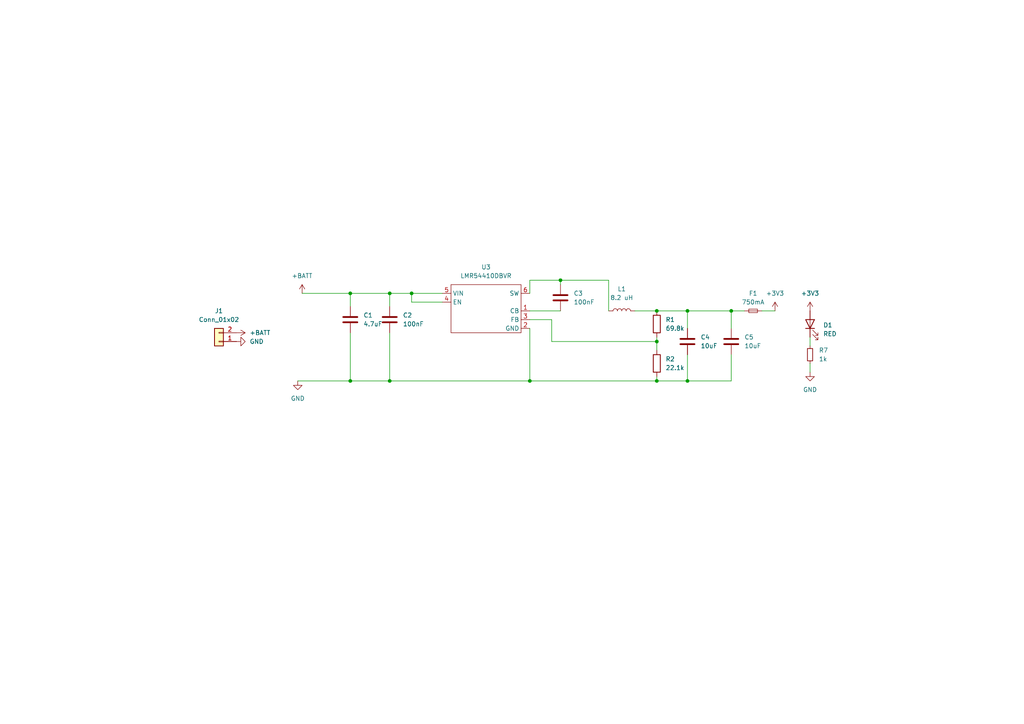
<source format=kicad_sch>
(kicad_sch (version 20211123) (generator eeschema)

  (uuid 4890bb30-16f6-4809-aff4-d251f6ba8f31)

  (paper "A4")

  (lib_symbols
    (symbol "Connector_Generic:Conn_01x02" (pin_names (offset 1.016) hide) (in_bom yes) (on_board yes)
      (property "Reference" "J" (id 0) (at 0 2.54 0)
        (effects (font (size 1.27 1.27)))
      )
      (property "Value" "Conn_01x02" (id 1) (at 0 -5.08 0)
        (effects (font (size 1.27 1.27)))
      )
      (property "Footprint" "" (id 2) (at 0 0 0)
        (effects (font (size 1.27 1.27)) hide)
      )
      (property "Datasheet" "~" (id 3) (at 0 0 0)
        (effects (font (size 1.27 1.27)) hide)
      )
      (property "ki_keywords" "connector" (id 4) (at 0 0 0)
        (effects (font (size 1.27 1.27)) hide)
      )
      (property "ki_description" "Generic connector, single row, 01x02, script generated (kicad-library-utils/schlib/autogen/connector/)" (id 5) (at 0 0 0)
        (effects (font (size 1.27 1.27)) hide)
      )
      (property "ki_fp_filters" "Connector*:*_1x??_*" (id 6) (at 0 0 0)
        (effects (font (size 1.27 1.27)) hide)
      )
      (symbol "Conn_01x02_1_1"
        (rectangle (start -1.27 -2.413) (end 0 -2.667)
          (stroke (width 0.1524) (type default) (color 0 0 0 0))
          (fill (type none))
        )
        (rectangle (start -1.27 0.127) (end 0 -0.127)
          (stroke (width 0.1524) (type default) (color 0 0 0 0))
          (fill (type none))
        )
        (rectangle (start -1.27 1.27) (end 1.27 -3.81)
          (stroke (width 0.254) (type default) (color 0 0 0 0))
          (fill (type background))
        )
        (pin passive line (at -5.08 0 0) (length 3.81)
          (name "Pin_1" (effects (font (size 1.27 1.27))))
          (number "1" (effects (font (size 1.27 1.27))))
        )
        (pin passive line (at -5.08 -2.54 0) (length 3.81)
          (name "Pin_2" (effects (font (size 1.27 1.27))))
          (number "2" (effects (font (size 1.27 1.27))))
        )
      )
    )
    (symbol "Device:C" (pin_numbers hide) (pin_names (offset 0.254)) (in_bom yes) (on_board yes)
      (property "Reference" "C" (id 0) (at 0.635 2.54 0)
        (effects (font (size 1.27 1.27)) (justify left))
      )
      (property "Value" "C" (id 1) (at 0.635 -2.54 0)
        (effects (font (size 1.27 1.27)) (justify left))
      )
      (property "Footprint" "" (id 2) (at 0.9652 -3.81 0)
        (effects (font (size 1.27 1.27)) hide)
      )
      (property "Datasheet" "~" (id 3) (at 0 0 0)
        (effects (font (size 1.27 1.27)) hide)
      )
      (property "ki_keywords" "cap capacitor" (id 4) (at 0 0 0)
        (effects (font (size 1.27 1.27)) hide)
      )
      (property "ki_description" "Unpolarized capacitor" (id 5) (at 0 0 0)
        (effects (font (size 1.27 1.27)) hide)
      )
      (property "ki_fp_filters" "C_*" (id 6) (at 0 0 0)
        (effects (font (size 1.27 1.27)) hide)
      )
      (symbol "C_0_1"
        (polyline
          (pts
            (xy -2.032 -0.762)
            (xy 2.032 -0.762)
          )
          (stroke (width 0.508) (type default) (color 0 0 0 0))
          (fill (type none))
        )
        (polyline
          (pts
            (xy -2.032 0.762)
            (xy 2.032 0.762)
          )
          (stroke (width 0.508) (type default) (color 0 0 0 0))
          (fill (type none))
        )
      )
      (symbol "C_1_1"
        (pin passive line (at 0 3.81 270) (length 2.794)
          (name "~" (effects (font (size 1.27 1.27))))
          (number "1" (effects (font (size 1.27 1.27))))
        )
        (pin passive line (at 0 -3.81 90) (length 2.794)
          (name "~" (effects (font (size 1.27 1.27))))
          (number "2" (effects (font (size 1.27 1.27))))
        )
      )
    )
    (symbol "Device:Fuse_Small" (pin_numbers hide) (pin_names (offset 0.254) hide) (in_bom yes) (on_board yes)
      (property "Reference" "F" (id 0) (at 0 -1.524 0)
        (effects (font (size 1.27 1.27)))
      )
      (property "Value" "Fuse_Small" (id 1) (at 0 1.524 0)
        (effects (font (size 1.27 1.27)))
      )
      (property "Footprint" "" (id 2) (at 0 0 0)
        (effects (font (size 1.27 1.27)) hide)
      )
      (property "Datasheet" "~" (id 3) (at 0 0 0)
        (effects (font (size 1.27 1.27)) hide)
      )
      (property "ki_keywords" "fuse" (id 4) (at 0 0 0)
        (effects (font (size 1.27 1.27)) hide)
      )
      (property "ki_description" "Fuse, small symbol" (id 5) (at 0 0 0)
        (effects (font (size 1.27 1.27)) hide)
      )
      (property "ki_fp_filters" "SM*" (id 6) (at 0 0 0)
        (effects (font (size 1.27 1.27)) hide)
      )
      (symbol "Fuse_Small_0_1"
        (rectangle (start -1.27 0.508) (end 1.27 -0.508)
          (stroke (width 0) (type default) (color 0 0 0 0))
          (fill (type none))
        )
        (polyline
          (pts
            (xy -1.27 0)
            (xy 1.27 0)
          )
          (stroke (width 0) (type default) (color 0 0 0 0))
          (fill (type none))
        )
      )
      (symbol "Fuse_Small_1_1"
        (pin passive line (at -2.54 0 0) (length 1.27)
          (name "~" (effects (font (size 1.27 1.27))))
          (number "1" (effects (font (size 1.27 1.27))))
        )
        (pin passive line (at 2.54 0 180) (length 1.27)
          (name "~" (effects (font (size 1.27 1.27))))
          (number "2" (effects (font (size 1.27 1.27))))
        )
      )
    )
    (symbol "Device:L" (pin_numbers hide) (pin_names (offset 1.016) hide) (in_bom yes) (on_board yes)
      (property "Reference" "L" (id 0) (at -1.27 0 90)
        (effects (font (size 1.27 1.27)))
      )
      (property "Value" "L" (id 1) (at 1.905 0 90)
        (effects (font (size 1.27 1.27)))
      )
      (property "Footprint" "" (id 2) (at 0 0 0)
        (effects (font (size 1.27 1.27)) hide)
      )
      (property "Datasheet" "~" (id 3) (at 0 0 0)
        (effects (font (size 1.27 1.27)) hide)
      )
      (property "ki_keywords" "inductor choke coil reactor magnetic" (id 4) (at 0 0 0)
        (effects (font (size 1.27 1.27)) hide)
      )
      (property "ki_description" "Inductor" (id 5) (at 0 0 0)
        (effects (font (size 1.27 1.27)) hide)
      )
      (property "ki_fp_filters" "Choke_* *Coil* Inductor_* L_*" (id 6) (at 0 0 0)
        (effects (font (size 1.27 1.27)) hide)
      )
      (symbol "L_0_1"
        (arc (start 0 -2.54) (mid 0.635 -1.905) (end 0 -1.27)
          (stroke (width 0) (type default) (color 0 0 0 0))
          (fill (type none))
        )
        (arc (start 0 -1.27) (mid 0.635 -0.635) (end 0 0)
          (stroke (width 0) (type default) (color 0 0 0 0))
          (fill (type none))
        )
        (arc (start 0 0) (mid 0.635 0.635) (end 0 1.27)
          (stroke (width 0) (type default) (color 0 0 0 0))
          (fill (type none))
        )
        (arc (start 0 1.27) (mid 0.635 1.905) (end 0 2.54)
          (stroke (width 0) (type default) (color 0 0 0 0))
          (fill (type none))
        )
      )
      (symbol "L_1_1"
        (pin passive line (at 0 3.81 270) (length 1.27)
          (name "1" (effects (font (size 1.27 1.27))))
          (number "1" (effects (font (size 1.27 1.27))))
        )
        (pin passive line (at 0 -3.81 90) (length 1.27)
          (name "2" (effects (font (size 1.27 1.27))))
          (number "2" (effects (font (size 1.27 1.27))))
        )
      )
    )
    (symbol "Device:LED" (pin_numbers hide) (pin_names (offset 1.016) hide) (in_bom yes) (on_board yes)
      (property "Reference" "D" (id 0) (at 0 2.54 0)
        (effects (font (size 1.27 1.27)))
      )
      (property "Value" "LED" (id 1) (at 0 -2.54 0)
        (effects (font (size 1.27 1.27)))
      )
      (property "Footprint" "" (id 2) (at 0 0 0)
        (effects (font (size 1.27 1.27)) hide)
      )
      (property "Datasheet" "~" (id 3) (at 0 0 0)
        (effects (font (size 1.27 1.27)) hide)
      )
      (property "ki_keywords" "LED diode" (id 4) (at 0 0 0)
        (effects (font (size 1.27 1.27)) hide)
      )
      (property "ki_description" "Light emitting diode" (id 5) (at 0 0 0)
        (effects (font (size 1.27 1.27)) hide)
      )
      (property "ki_fp_filters" "LED* LED_SMD:* LED_THT:*" (id 6) (at 0 0 0)
        (effects (font (size 1.27 1.27)) hide)
      )
      (symbol "LED_0_1"
        (polyline
          (pts
            (xy -1.27 -1.27)
            (xy -1.27 1.27)
          )
          (stroke (width 0.254) (type default) (color 0 0 0 0))
          (fill (type none))
        )
        (polyline
          (pts
            (xy -1.27 0)
            (xy 1.27 0)
          )
          (stroke (width 0) (type default) (color 0 0 0 0))
          (fill (type none))
        )
        (polyline
          (pts
            (xy 1.27 -1.27)
            (xy 1.27 1.27)
            (xy -1.27 0)
            (xy 1.27 -1.27)
          )
          (stroke (width 0.254) (type default) (color 0 0 0 0))
          (fill (type none))
        )
        (polyline
          (pts
            (xy -3.048 -0.762)
            (xy -4.572 -2.286)
            (xy -3.81 -2.286)
            (xy -4.572 -2.286)
            (xy -4.572 -1.524)
          )
          (stroke (width 0) (type default) (color 0 0 0 0))
          (fill (type none))
        )
        (polyline
          (pts
            (xy -1.778 -0.762)
            (xy -3.302 -2.286)
            (xy -2.54 -2.286)
            (xy -3.302 -2.286)
            (xy -3.302 -1.524)
          )
          (stroke (width 0) (type default) (color 0 0 0 0))
          (fill (type none))
        )
      )
      (symbol "LED_1_1"
        (pin passive line (at -3.81 0 0) (length 2.54)
          (name "K" (effects (font (size 1.27 1.27))))
          (number "1" (effects (font (size 1.27 1.27))))
        )
        (pin passive line (at 3.81 0 180) (length 2.54)
          (name "A" (effects (font (size 1.27 1.27))))
          (number "2" (effects (font (size 1.27 1.27))))
        )
      )
    )
    (symbol "Device:R" (pin_numbers hide) (pin_names (offset 0)) (in_bom yes) (on_board yes)
      (property "Reference" "R" (id 0) (at 2.032 0 90)
        (effects (font (size 1.27 1.27)))
      )
      (property "Value" "R" (id 1) (at 0 0 90)
        (effects (font (size 1.27 1.27)))
      )
      (property "Footprint" "" (id 2) (at -1.778 0 90)
        (effects (font (size 1.27 1.27)) hide)
      )
      (property "Datasheet" "~" (id 3) (at 0 0 0)
        (effects (font (size 1.27 1.27)) hide)
      )
      (property "ki_keywords" "R res resistor" (id 4) (at 0 0 0)
        (effects (font (size 1.27 1.27)) hide)
      )
      (property "ki_description" "Resistor" (id 5) (at 0 0 0)
        (effects (font (size 1.27 1.27)) hide)
      )
      (property "ki_fp_filters" "R_*" (id 6) (at 0 0 0)
        (effects (font (size 1.27 1.27)) hide)
      )
      (symbol "R_0_1"
        (rectangle (start -1.016 -2.54) (end 1.016 2.54)
          (stroke (width 0.254) (type default) (color 0 0 0 0))
          (fill (type none))
        )
      )
      (symbol "R_1_1"
        (pin passive line (at 0 3.81 270) (length 1.27)
          (name "~" (effects (font (size 1.27 1.27))))
          (number "1" (effects (font (size 1.27 1.27))))
        )
        (pin passive line (at 0 -3.81 90) (length 1.27)
          (name "~" (effects (font (size 1.27 1.27))))
          (number "2" (effects (font (size 1.27 1.27))))
        )
      )
    )
    (symbol "Device:R_Small" (pin_numbers hide) (pin_names (offset 0.254) hide) (in_bom yes) (on_board yes)
      (property "Reference" "R" (id 0) (at 0.762 0.508 0)
        (effects (font (size 1.27 1.27)) (justify left))
      )
      (property "Value" "R_Small" (id 1) (at 0.762 -1.016 0)
        (effects (font (size 1.27 1.27)) (justify left))
      )
      (property "Footprint" "" (id 2) (at 0 0 0)
        (effects (font (size 1.27 1.27)) hide)
      )
      (property "Datasheet" "~" (id 3) (at 0 0 0)
        (effects (font (size 1.27 1.27)) hide)
      )
      (property "ki_keywords" "R resistor" (id 4) (at 0 0 0)
        (effects (font (size 1.27 1.27)) hide)
      )
      (property "ki_description" "Resistor, small symbol" (id 5) (at 0 0 0)
        (effects (font (size 1.27 1.27)) hide)
      )
      (property "ki_fp_filters" "R_*" (id 6) (at 0 0 0)
        (effects (font (size 1.27 1.27)) hide)
      )
      (symbol "R_Small_0_1"
        (rectangle (start -0.762 1.778) (end 0.762 -1.778)
          (stroke (width 0.2032) (type default) (color 0 0 0 0))
          (fill (type none))
        )
      )
      (symbol "R_Small_1_1"
        (pin passive line (at 0 2.54 270) (length 0.762)
          (name "~" (effects (font (size 1.27 1.27))))
          (number "1" (effects (font (size 1.27 1.27))))
        )
        (pin passive line (at 0 -2.54 90) (length 0.762)
          (name "~" (effects (font (size 1.27 1.27))))
          (number "2" (effects (font (size 1.27 1.27))))
        )
      )
    )
    (symbol "FlightControllerLibrary:LMR54410DBVR" (in_bom yes) (on_board yes)
      (property "Reference" "U" (id 0) (at 0 0 0)
        (effects (font (size 1.27 1.27)))
      )
      (property "Value" "LMR54410DBVR" (id 1) (at 0 -10.16 0)
        (effects (font (size 1.27 1.27)))
      )
      (property "Footprint" "Package_TO_SOT_SMD:SOT-23-6" (id 2) (at -2.54 0 0)
        (effects (font (size 1.27 1.27)) hide)
      )
      (property "Datasheet" "" (id 3) (at -2.54 0 0)
        (effects (font (size 1.27 1.27)) hide)
      )
      (symbol "LMR54410DBVR_0_1"
        (rectangle (start -10.16 6.35) (end 10.16 -7.62)
          (stroke (width 0) (type default) (color 0 0 0 0))
          (fill (type none))
        )
      )
      (symbol "LMR54410DBVR_1_1"
        (pin input line (at 12.7 -1.27 180) (length 2.54)
          (name "CB" (effects (font (size 1.27 1.27))))
          (number "1" (effects (font (size 1.27 1.27))))
        )
        (pin input line (at 12.7 -6.35 180) (length 2.54)
          (name "GND" (effects (font (size 1.27 1.27))))
          (number "2" (effects (font (size 1.27 1.27))))
        )
        (pin input line (at 12.7 -3.81 180) (length 2.54)
          (name "FB" (effects (font (size 1.27 1.27))))
          (number "3" (effects (font (size 1.27 1.27))))
        )
        (pin input line (at -12.7 1.27 0) (length 2.54)
          (name "EN" (effects (font (size 1.27 1.27))))
          (number "4" (effects (font (size 1.27 1.27))))
        )
        (pin input line (at -12.7 3.81 0) (length 2.54)
          (name "VIN" (effects (font (size 1.27 1.27))))
          (number "5" (effects (font (size 1.27 1.27))))
        )
        (pin output line (at 12.7 3.81 180) (length 2.54)
          (name "SW" (effects (font (size 1.27 1.27))))
          (number "6" (effects (font (size 1.27 1.27))))
        )
      )
    )
    (symbol "power:+3.3V" (power) (pin_names (offset 0)) (in_bom yes) (on_board yes)
      (property "Reference" "#PWR" (id 0) (at 0 -3.81 0)
        (effects (font (size 1.27 1.27)) hide)
      )
      (property "Value" "+3.3V" (id 1) (at 0 3.556 0)
        (effects (font (size 1.27 1.27)))
      )
      (property "Footprint" "" (id 2) (at 0 0 0)
        (effects (font (size 1.27 1.27)) hide)
      )
      (property "Datasheet" "" (id 3) (at 0 0 0)
        (effects (font (size 1.27 1.27)) hide)
      )
      (property "ki_keywords" "power-flag" (id 4) (at 0 0 0)
        (effects (font (size 1.27 1.27)) hide)
      )
      (property "ki_description" "Power symbol creates a global label with name \"+3.3V\"" (id 5) (at 0 0 0)
        (effects (font (size 1.27 1.27)) hide)
      )
      (symbol "+3.3V_0_1"
        (polyline
          (pts
            (xy -0.762 1.27)
            (xy 0 2.54)
          )
          (stroke (width 0) (type default) (color 0 0 0 0))
          (fill (type none))
        )
        (polyline
          (pts
            (xy 0 0)
            (xy 0 2.54)
          )
          (stroke (width 0) (type default) (color 0 0 0 0))
          (fill (type none))
        )
        (polyline
          (pts
            (xy 0 2.54)
            (xy 0.762 1.27)
          )
          (stroke (width 0) (type default) (color 0 0 0 0))
          (fill (type none))
        )
      )
      (symbol "+3.3V_1_1"
        (pin power_in line (at 0 0 90) (length 0) hide
          (name "+3V3" (effects (font (size 1.27 1.27))))
          (number "1" (effects (font (size 1.27 1.27))))
        )
      )
    )
    (symbol "power:+BATT" (power) (pin_names (offset 0)) (in_bom yes) (on_board yes)
      (property "Reference" "#PWR" (id 0) (at 0 -3.81 0)
        (effects (font (size 1.27 1.27)) hide)
      )
      (property "Value" "+BATT" (id 1) (at 0 3.556 0)
        (effects (font (size 1.27 1.27)))
      )
      (property "Footprint" "" (id 2) (at 0 0 0)
        (effects (font (size 1.27 1.27)) hide)
      )
      (property "Datasheet" "" (id 3) (at 0 0 0)
        (effects (font (size 1.27 1.27)) hide)
      )
      (property "ki_keywords" "power-flag battery" (id 4) (at 0 0 0)
        (effects (font (size 1.27 1.27)) hide)
      )
      (property "ki_description" "Power symbol creates a global label with name \"+BATT\"" (id 5) (at 0 0 0)
        (effects (font (size 1.27 1.27)) hide)
      )
      (symbol "+BATT_0_1"
        (polyline
          (pts
            (xy -0.762 1.27)
            (xy 0 2.54)
          )
          (stroke (width 0) (type default) (color 0 0 0 0))
          (fill (type none))
        )
        (polyline
          (pts
            (xy 0 0)
            (xy 0 2.54)
          )
          (stroke (width 0) (type default) (color 0 0 0 0))
          (fill (type none))
        )
        (polyline
          (pts
            (xy 0 2.54)
            (xy 0.762 1.27)
          )
          (stroke (width 0) (type default) (color 0 0 0 0))
          (fill (type none))
        )
      )
      (symbol "+BATT_1_1"
        (pin power_in line (at 0 0 90) (length 0) hide
          (name "+BATT" (effects (font (size 1.27 1.27))))
          (number "1" (effects (font (size 1.27 1.27))))
        )
      )
    )
    (symbol "power:GND" (power) (pin_names (offset 0)) (in_bom yes) (on_board yes)
      (property "Reference" "#PWR" (id 0) (at 0 -6.35 0)
        (effects (font (size 1.27 1.27)) hide)
      )
      (property "Value" "GND" (id 1) (at 0 -3.81 0)
        (effects (font (size 1.27 1.27)))
      )
      (property "Footprint" "" (id 2) (at 0 0 0)
        (effects (font (size 1.27 1.27)) hide)
      )
      (property "Datasheet" "" (id 3) (at 0 0 0)
        (effects (font (size 1.27 1.27)) hide)
      )
      (property "ki_keywords" "power-flag" (id 4) (at 0 0 0)
        (effects (font (size 1.27 1.27)) hide)
      )
      (property "ki_description" "Power symbol creates a global label with name \"GND\" , ground" (id 5) (at 0 0 0)
        (effects (font (size 1.27 1.27)) hide)
      )
      (symbol "GND_0_1"
        (polyline
          (pts
            (xy 0 0)
            (xy 0 -1.27)
            (xy 1.27 -1.27)
            (xy 0 -2.54)
            (xy -1.27 -1.27)
            (xy 0 -1.27)
          )
          (stroke (width 0) (type default) (color 0 0 0 0))
          (fill (type none))
        )
      )
      (symbol "GND_1_1"
        (pin power_in line (at 0 0 270) (length 0) hide
          (name "GND" (effects (font (size 1.27 1.27))))
          (number "1" (effects (font (size 1.27 1.27))))
        )
      )
    )
  )

  (junction (at 199.39 110.49) (diameter 0) (color 0 0 0 0)
    (uuid 35fe193e-5707-4e7b-8a9b-b73e78a5f763)
  )
  (junction (at 113.03 85.09) (diameter 0) (color 0 0 0 0)
    (uuid 38a23ae8-35ef-4451-a499-949458f6b7da)
  )
  (junction (at 101.6 110.49) (diameter 0) (color 0 0 0 0)
    (uuid 5d6244be-4f0b-4089-ac71-8a960cf92a9c)
  )
  (junction (at 190.5 110.49) (diameter 0) (color 0 0 0 0)
    (uuid 630da07d-f69a-437b-a046-ed5a68b5e3a5)
  )
  (junction (at 113.03 110.49) (diameter 0) (color 0 0 0 0)
    (uuid 776faccd-9823-49c9-8ee0-f795ac9df76a)
  )
  (junction (at 199.39 90.17) (diameter 0) (color 0 0 0 0)
    (uuid 795bb3a7-28de-4b20-8727-437e32d052fc)
  )
  (junction (at 190.5 99.06) (diameter 0) (color 0 0 0 0)
    (uuid 84ec6254-e501-4d55-9b88-bfad70ddbf6f)
  )
  (junction (at 162.56 81.28) (diameter 0) (color 0 0 0 0)
    (uuid 8a7932d1-6e0d-49dc-959d-fa2dc44bb4f6)
  )
  (junction (at 101.6 85.09) (diameter 0) (color 0 0 0 0)
    (uuid 9002be74-c71e-47cf-9305-2315cf66f54d)
  )
  (junction (at 153.67 110.49) (diameter 0) (color 0 0 0 0)
    (uuid a2c4cb32-a425-41c5-8951-8be4915cfdb5)
  )
  (junction (at 212.09 90.17) (diameter 0) (color 0 0 0 0)
    (uuid dc1d38b1-462e-41b0-ba0d-e3d3367e2879)
  )
  (junction (at 119.38 85.09) (diameter 0) (color 0 0 0 0)
    (uuid ee71da1c-d90a-4967-b93c-7aa3c4e33617)
  )
  (junction (at 190.5 90.17) (diameter 0) (color 0 0 0 0)
    (uuid f5cc5c8f-4cc6-44ab-b1d9-9244f8739cae)
  )

  (wire (pts (xy 184.15 90.17) (xy 190.5 90.17))
    (stroke (width 0) (type default) (color 0 0 0 0))
    (uuid 05426d20-1c9f-4e6a-9ba0-47ccb23593fb)
  )
  (wire (pts (xy 176.53 90.17) (xy 176.53 81.28))
    (stroke (width 0) (type default) (color 0 0 0 0))
    (uuid 0c17ba29-3da8-49fd-85c0-d72c80a10698)
  )
  (wire (pts (xy 190.5 109.22) (xy 190.5 110.49))
    (stroke (width 0) (type default) (color 0 0 0 0))
    (uuid 0cd13cf4-40e9-4741-a412-33c1058beea6)
  )
  (wire (pts (xy 176.53 81.28) (xy 162.56 81.28))
    (stroke (width 0) (type default) (color 0 0 0 0))
    (uuid 19b89b5c-e645-442c-8d1f-100e1abd4d7a)
  )
  (wire (pts (xy 101.6 85.09) (xy 101.6 88.9))
    (stroke (width 0) (type default) (color 0 0 0 0))
    (uuid 1cd75804-1983-42ee-99be-25671afdba9e)
  )
  (wire (pts (xy 199.39 110.49) (xy 190.5 110.49))
    (stroke (width 0) (type default) (color 0 0 0 0))
    (uuid 2555b086-d514-4b25-9c52-b4d387fc2247)
  )
  (wire (pts (xy 128.27 87.63) (xy 119.38 87.63))
    (stroke (width 0) (type default) (color 0 0 0 0))
    (uuid 28932598-4e6f-4856-8b5e-c9cffe4805ec)
  )
  (wire (pts (xy 86.36 110.49) (xy 101.6 110.49))
    (stroke (width 0) (type default) (color 0 0 0 0))
    (uuid 2aade46a-7174-40af-b328-529ca0c39ee8)
  )
  (wire (pts (xy 212.09 110.49) (xy 199.39 110.49))
    (stroke (width 0) (type default) (color 0 0 0 0))
    (uuid 2b3cd418-14dc-42f6-971d-d8c21eef19f5)
  )
  (wire (pts (xy 113.03 85.09) (xy 113.03 88.9))
    (stroke (width 0) (type default) (color 0 0 0 0))
    (uuid 2ce34674-3b29-41aa-ae64-f0b40dbc85e5)
  )
  (wire (pts (xy 153.67 95.25) (xy 153.67 110.49))
    (stroke (width 0) (type default) (color 0 0 0 0))
    (uuid 3c162c23-daaf-4b01-aa50-fb332bcf2e6a)
  )
  (wire (pts (xy 190.5 110.49) (xy 153.67 110.49))
    (stroke (width 0) (type default) (color 0 0 0 0))
    (uuid 440b4f72-59c1-4c4c-b091-254f835ca7fb)
  )
  (wire (pts (xy 128.27 85.09) (xy 119.38 85.09))
    (stroke (width 0) (type default) (color 0 0 0 0))
    (uuid 45fc7162-b748-4a93-a335-c7875888d5b7)
  )
  (wire (pts (xy 113.03 110.49) (xy 101.6 110.49))
    (stroke (width 0) (type default) (color 0 0 0 0))
    (uuid 506f2474-b9ef-4c48-94ca-71e492c69566)
  )
  (wire (pts (xy 190.5 97.79) (xy 190.5 99.06))
    (stroke (width 0) (type default) (color 0 0 0 0))
    (uuid 58b65507-3e63-4e81-8b0d-2faa1122cc7d)
  )
  (wire (pts (xy 153.67 90.17) (xy 162.56 90.17))
    (stroke (width 0) (type default) (color 0 0 0 0))
    (uuid 5984e4c8-4237-4a2c-84a8-92fd0bf448b7)
  )
  (wire (pts (xy 212.09 90.17) (xy 215.9 90.17))
    (stroke (width 0) (type default) (color 0 0 0 0))
    (uuid 59c55352-7149-4b3b-8803-21854236ce3b)
  )
  (wire (pts (xy 234.95 105.41) (xy 234.95 107.95))
    (stroke (width 0) (type default) (color 0 0 0 0))
    (uuid 6180b04d-82c0-42aa-aed6-a4ffe87da569)
  )
  (wire (pts (xy 113.03 96.52) (xy 113.03 110.49))
    (stroke (width 0) (type default) (color 0 0 0 0))
    (uuid 649f6a7b-da1d-48b5-8cb8-bbe1df7d89ec)
  )
  (wire (pts (xy 162.56 81.28) (xy 162.56 82.55))
    (stroke (width 0) (type default) (color 0 0 0 0))
    (uuid 69002a66-5397-4a1b-8e70-4e3a1ea0ad8c)
  )
  (wire (pts (xy 212.09 102.87) (xy 212.09 110.49))
    (stroke (width 0) (type default) (color 0 0 0 0))
    (uuid 75f327f8-2cd0-41a4-a274-8780b04f8810)
  )
  (wire (pts (xy 212.09 90.17) (xy 212.09 95.25))
    (stroke (width 0) (type default) (color 0 0 0 0))
    (uuid 76e026c8-101d-4d17-abd9-e5dbb90c4224)
  )
  (wire (pts (xy 234.95 97.79) (xy 234.95 100.33))
    (stroke (width 0) (type default) (color 0 0 0 0))
    (uuid 9d4a918b-10a0-465f-a084-febd3f179f5b)
  )
  (wire (pts (xy 87.63 85.09) (xy 101.6 85.09))
    (stroke (width 0) (type default) (color 0 0 0 0))
    (uuid 9e79a64d-c8a9-4559-aa50-5bcbc3a22433)
  )
  (wire (pts (xy 190.5 99.06) (xy 190.5 101.6))
    (stroke (width 0) (type default) (color 0 0 0 0))
    (uuid a19f3f43-8756-4fad-b7e4-30d1f4527c37)
  )
  (wire (pts (xy 153.67 85.09) (xy 153.67 81.28))
    (stroke (width 0) (type default) (color 0 0 0 0))
    (uuid a377a08e-1784-4036-9a5e-a784a85bed2e)
  )
  (wire (pts (xy 153.67 81.28) (xy 162.56 81.28))
    (stroke (width 0) (type default) (color 0 0 0 0))
    (uuid a5cb337b-6d54-4907-96ce-1905c2ad138c)
  )
  (wire (pts (xy 160.02 99.06) (xy 160.02 92.71))
    (stroke (width 0) (type default) (color 0 0 0 0))
    (uuid b0dbf9ed-a358-434e-8ef6-baa0dac847b5)
  )
  (wire (pts (xy 101.6 110.49) (xy 101.6 96.52))
    (stroke (width 0) (type default) (color 0 0 0 0))
    (uuid b860a5c9-388e-4fff-bc11-717b177828f4)
  )
  (wire (pts (xy 119.38 85.09) (xy 113.03 85.09))
    (stroke (width 0) (type default) (color 0 0 0 0))
    (uuid bc23cf2f-7e7b-46c3-bfa4-14476ea946f4)
  )
  (wire (pts (xy 113.03 110.49) (xy 153.67 110.49))
    (stroke (width 0) (type default) (color 0 0 0 0))
    (uuid bcba5338-7a75-4b44-a0b1-8cec9b179eae)
  )
  (wire (pts (xy 190.5 99.06) (xy 160.02 99.06))
    (stroke (width 0) (type default) (color 0 0 0 0))
    (uuid bd596f69-ee57-4224-be7a-3f1f7090a0a0)
  )
  (wire (pts (xy 119.38 87.63) (xy 119.38 85.09))
    (stroke (width 0) (type default) (color 0 0 0 0))
    (uuid c35c20d3-da51-410c-b123-93b5c0aea429)
  )
  (wire (pts (xy 199.39 90.17) (xy 199.39 95.25))
    (stroke (width 0) (type default) (color 0 0 0 0))
    (uuid c64bf1ff-eb8b-48d2-a8f5-9ef279ce477d)
  )
  (wire (pts (xy 101.6 85.09) (xy 113.03 85.09))
    (stroke (width 0) (type default) (color 0 0 0 0))
    (uuid cc163b3d-68f4-4fa9-9f43-d46fe0d55095)
  )
  (wire (pts (xy 199.39 90.17) (xy 212.09 90.17))
    (stroke (width 0) (type default) (color 0 0 0 0))
    (uuid de3861ea-0b01-4944-b20c-04d0cf18b9c0)
  )
  (wire (pts (xy 160.02 92.71) (xy 153.67 92.71))
    (stroke (width 0) (type default) (color 0 0 0 0))
    (uuid e127fac1-c327-45ea-b173-05bed7e5428a)
  )
  (wire (pts (xy 199.39 102.87) (xy 199.39 110.49))
    (stroke (width 0) (type default) (color 0 0 0 0))
    (uuid e6fa460d-da3e-4917-9b3e-9a5315647483)
  )
  (wire (pts (xy 190.5 90.17) (xy 199.39 90.17))
    (stroke (width 0) (type default) (color 0 0 0 0))
    (uuid fbad8f18-e002-41be-a05b-b6a1b07fa704)
  )
  (wire (pts (xy 220.98 90.17) (xy 224.79 90.17))
    (stroke (width 0) (type default) (color 0 0 0 0))
    (uuid fed9e41a-12b1-4a4d-9754-85e976bdf956)
  )

  (symbol (lib_id "power:+BATT") (at 68.58 96.52 270) (unit 1)
    (in_bom yes) (on_board yes) (fields_autoplaced)
    (uuid 17e8bdea-84f3-4591-b48d-137fbb42f0db)
    (property "Reference" "#PWR04" (id 0) (at 64.77 96.52 0)
      (effects (font (size 1.27 1.27)) hide)
    )
    (property "Value" "+BATT" (id 1) (at 72.39 96.5199 90)
      (effects (font (size 1.27 1.27)) (justify left))
    )
    (property "Footprint" "" (id 2) (at 68.58 96.52 0)
      (effects (font (size 1.27 1.27)) hide)
    )
    (property "Datasheet" "" (id 3) (at 68.58 96.52 0)
      (effects (font (size 1.27 1.27)) hide)
    )
    (pin "1" (uuid febf8ee9-cb4a-4d7e-a09a-685b805548de))
  )

  (symbol (lib_id "power:+3.3V") (at 224.79 90.17 0) (unit 1)
    (in_bom yes) (on_board yes) (fields_autoplaced)
    (uuid 1c064898-ab47-4ea0-a701-9482010b196f)
    (property "Reference" "#PWR03" (id 0) (at 224.79 93.98 0)
      (effects (font (size 1.27 1.27)) hide)
    )
    (property "Value" "+3.3V" (id 1) (at 224.79 85.09 0))
    (property "Footprint" "" (id 2) (at 224.79 90.17 0)
      (effects (font (size 1.27 1.27)) hide)
    )
    (property "Datasheet" "" (id 3) (at 224.79 90.17 0)
      (effects (font (size 1.27 1.27)) hide)
    )
    (pin "1" (uuid d94d5912-086d-4019-afff-6585645af309))
  )

  (symbol (lib_id "Device:C") (at 212.09 99.06 0) (unit 1)
    (in_bom yes) (on_board yes) (fields_autoplaced)
    (uuid 20721bcd-653d-4838-b59a-f3a317d399a7)
    (property "Reference" "C5" (id 0) (at 215.9 97.7899 0)
      (effects (font (size 1.27 1.27)) (justify left))
    )
    (property "Value" "10uF" (id 1) (at 215.9 100.3299 0)
      (effects (font (size 1.27 1.27)) (justify left))
    )
    (property "Footprint" "Capacitor_SMD:C_0603_1608Metric" (id 2) (at 213.0552 102.87 0)
      (effects (font (size 1.27 1.27)) hide)
    )
    (property "Datasheet" "~" (id 3) (at 212.09 99.06 0)
      (effects (font (size 1.27 1.27)) hide)
    )
    (pin "1" (uuid 88432d47-f587-4cd3-a568-38f7815f4c06))
    (pin "2" (uuid 24441d10-36a9-4670-8b25-b44d104aece4))
  )

  (symbol (lib_id "Device:C") (at 101.6 92.71 0) (unit 1)
    (in_bom yes) (on_board yes) (fields_autoplaced)
    (uuid 2a7d6eea-6000-42a2-8256-e0dc52fb8c7c)
    (property "Reference" "C1" (id 0) (at 105.41 91.4399 0)
      (effects (font (size 1.27 1.27)) (justify left))
    )
    (property "Value" "4.7uF" (id 1) (at 105.41 93.9799 0)
      (effects (font (size 1.27 1.27)) (justify left))
    )
    (property "Footprint" "Capacitor_SMD:C_0603_1608Metric" (id 2) (at 102.5652 96.52 0)
      (effects (font (size 1.27 1.27)) hide)
    )
    (property "Datasheet" "~" (id 3) (at 101.6 92.71 0)
      (effects (font (size 1.27 1.27)) hide)
    )
    (pin "1" (uuid 6ef34993-69a8-44d2-aecf-2a2e95910a35))
    (pin "2" (uuid 556fca04-31bc-43d8-99f1-7b702c25f8ca))
  )

  (symbol (lib_id "Device:R_Small") (at 234.95 102.87 0) (unit 1)
    (in_bom yes) (on_board yes) (fields_autoplaced)
    (uuid 45e09f42-0d40-4748-b8e2-597f1eedf9de)
    (property "Reference" "R7" (id 0) (at 237.49 101.5999 0)
      (effects (font (size 1.27 1.27)) (justify left))
    )
    (property "Value" "1k" (id 1) (at 237.49 104.1399 0)
      (effects (font (size 1.27 1.27)) (justify left))
    )
    (property "Footprint" "Resistor_SMD:R_0603_1608Metric" (id 2) (at 234.95 102.87 0)
      (effects (font (size 1.27 1.27)) hide)
    )
    (property "Datasheet" "~" (id 3) (at 234.95 102.87 0)
      (effects (font (size 1.27 1.27)) hide)
    )
    (pin "1" (uuid 5fd7dd90-2014-4096-85fc-378a1cb311a8))
    (pin "2" (uuid c27b713b-57e3-4824-99b0-65a269563e33))
  )

  (symbol (lib_id "Device:C") (at 113.03 92.71 0) (unit 1)
    (in_bom yes) (on_board yes) (fields_autoplaced)
    (uuid 56f4c006-dcbc-40d5-afff-8cc58d54014c)
    (property "Reference" "C2" (id 0) (at 116.84 91.4399 0)
      (effects (font (size 1.27 1.27)) (justify left))
    )
    (property "Value" "100nF" (id 1) (at 116.84 93.9799 0)
      (effects (font (size 1.27 1.27)) (justify left))
    )
    (property "Footprint" "Capacitor_SMD:C_0603_1608Metric" (id 2) (at 113.9952 96.52 0)
      (effects (font (size 1.27 1.27)) hide)
    )
    (property "Datasheet" "~" (id 3) (at 113.03 92.71 0)
      (effects (font (size 1.27 1.27)) hide)
    )
    (pin "1" (uuid 9abfd119-a494-4da3-a401-d7c74e973513))
    (pin "2" (uuid e2604faa-5d47-4a2b-b8d8-3647c00114c8))
  )

  (symbol (lib_id "power:+BATT") (at 87.63 85.09 0) (mirror y) (unit 1)
    (in_bom yes) (on_board yes) (fields_autoplaced)
    (uuid 5d058cb8-c357-4eec-aa19-b9dc23642eb4)
    (property "Reference" "#PWR01" (id 0) (at 87.63 88.9 0)
      (effects (font (size 1.27 1.27)) hide)
    )
    (property "Value" "+BATT" (id 1) (at 87.63 80.01 0))
    (property "Footprint" "" (id 2) (at 87.63 85.09 0)
      (effects (font (size 1.27 1.27)) hide)
    )
    (property "Datasheet" "" (id 3) (at 87.63 85.09 0)
      (effects (font (size 1.27 1.27)) hide)
    )
    (pin "1" (uuid e77bbd0c-58b3-4289-a617-5eb8fca57838))
  )

  (symbol (lib_id "power:GND") (at 68.58 99.06 90) (unit 1)
    (in_bom yes) (on_board yes) (fields_autoplaced)
    (uuid 6e12a68f-3195-4188-b7a6-ec6d7d2b0f8f)
    (property "Reference" "#PWR05" (id 0) (at 74.93 99.06 0)
      (effects (font (size 1.27 1.27)) hide)
    )
    (property "Value" "GND" (id 1) (at 72.39 99.0599 90)
      (effects (font (size 1.27 1.27)) (justify right))
    )
    (property "Footprint" "" (id 2) (at 68.58 99.06 0)
      (effects (font (size 1.27 1.27)) hide)
    )
    (property "Datasheet" "" (id 3) (at 68.58 99.06 0)
      (effects (font (size 1.27 1.27)) hide)
    )
    (pin "1" (uuid 2b628be2-4539-4ce6-9871-4acebc8d0b4d))
  )

  (symbol (lib_id "power:GND") (at 86.36 110.49 0) (unit 1)
    (in_bom yes) (on_board yes) (fields_autoplaced)
    (uuid 6f1e847b-dee2-472a-b0c5-3d15d9fead01)
    (property "Reference" "#PWR02" (id 0) (at 86.36 116.84 0)
      (effects (font (size 1.27 1.27)) hide)
    )
    (property "Value" "GND" (id 1) (at 86.36 115.57 0))
    (property "Footprint" "" (id 2) (at 86.36 110.49 0)
      (effects (font (size 1.27 1.27)) hide)
    )
    (property "Datasheet" "" (id 3) (at 86.36 110.49 0)
      (effects (font (size 1.27 1.27)) hide)
    )
    (pin "1" (uuid 79524046-75a9-4e1a-86f0-104cb55a667b))
  )

  (symbol (lib_id "power:GND") (at 234.95 107.95 0) (unit 1)
    (in_bom yes) (on_board yes) (fields_autoplaced)
    (uuid 71b6af67-ea4b-4e05-8aa4-786115d82439)
    (property "Reference" "#PWR0111" (id 0) (at 234.95 114.3 0)
      (effects (font (size 1.27 1.27)) hide)
    )
    (property "Value" "GND" (id 1) (at 234.95 113.03 0))
    (property "Footprint" "" (id 2) (at 234.95 107.95 0)
      (effects (font (size 1.27 1.27)) hide)
    )
    (property "Datasheet" "" (id 3) (at 234.95 107.95 0)
      (effects (font (size 1.27 1.27)) hide)
    )
    (pin "1" (uuid 7760b77d-9697-4e80-a5fe-ff1cb5a6718e))
  )

  (symbol (lib_id "Device:L") (at 180.34 90.17 90) (unit 1)
    (in_bom yes) (on_board yes) (fields_autoplaced)
    (uuid 88dd039d-dd4f-4b21-a1b3-bba0726cb4ff)
    (property "Reference" "L1" (id 0) (at 180.34 83.82 90))
    (property "Value" "8.2 uH" (id 1) (at 180.34 86.36 90))
    (property "Footprint" "" (id 2) (at 180.34 90.17 0)
      (effects (font (size 1.27 1.27)) hide)
    )
    (property "Datasheet" "~" (id 3) (at 180.34 90.17 0)
      (effects (font (size 1.27 1.27)) hide)
    )
    (pin "1" (uuid a02c62ea-0d7c-417c-8ed3-155b2951f293))
    (pin "2" (uuid ce603a01-9d48-4600-aac2-512a480dab15))
  )

  (symbol (lib_id "power:+3.3V") (at 234.95 90.17 0) (unit 1)
    (in_bom yes) (on_board yes) (fields_autoplaced)
    (uuid a33d11ba-a1e6-4a70-9808-8512530ce60f)
    (property "Reference" "#PWR0110" (id 0) (at 234.95 93.98 0)
      (effects (font (size 1.27 1.27)) hide)
    )
    (property "Value" "+3.3V" (id 1) (at 234.95 85.09 0))
    (property "Footprint" "" (id 2) (at 234.95 90.17 0)
      (effects (font (size 1.27 1.27)) hide)
    )
    (property "Datasheet" "" (id 3) (at 234.95 90.17 0)
      (effects (font (size 1.27 1.27)) hide)
    )
    (pin "1" (uuid c5a44cd3-baae-4f93-b4b5-2b15b7b6fc43))
  )

  (symbol (lib_id "Connector_Generic:Conn_01x02") (at 63.5 99.06 180) (unit 1)
    (in_bom yes) (on_board yes) (fields_autoplaced)
    (uuid b6d56f24-66ca-48ce-a62a-724b505f5dc3)
    (property "Reference" "J1" (id 0) (at 63.5 90.17 0))
    (property "Value" "Conn_01x02" (id 1) (at 63.5 92.71 0))
    (property "Footprint" "" (id 2) (at 63.5 99.06 0)
      (effects (font (size 1.27 1.27)) hide)
    )
    (property "Datasheet" "~" (id 3) (at 63.5 99.06 0)
      (effects (font (size 1.27 1.27)) hide)
    )
    (pin "1" (uuid 154949d1-d6bc-46de-866d-141f59c7a9c9))
    (pin "2" (uuid 084602fe-a2aa-41ed-984a-96536a156f92))
  )

  (symbol (lib_id "Device:R") (at 190.5 93.98 0) (unit 1)
    (in_bom yes) (on_board yes) (fields_autoplaced)
    (uuid bf29ea3b-527f-4ed5-819d-0b066d24d7ba)
    (property "Reference" "R1" (id 0) (at 193.04 92.7099 0)
      (effects (font (size 1.27 1.27)) (justify left))
    )
    (property "Value" "69.8k" (id 1) (at 193.04 95.2499 0)
      (effects (font (size 1.27 1.27)) (justify left))
    )
    (property "Footprint" "Resistor_SMD:R_0603_1608Metric" (id 2) (at 188.722 93.98 90)
      (effects (font (size 1.27 1.27)) hide)
    )
    (property "Datasheet" "~" (id 3) (at 190.5 93.98 0)
      (effects (font (size 1.27 1.27)) hide)
    )
    (pin "1" (uuid 5646882f-5ff6-4112-8ee8-4f8f0efde4c2))
    (pin "2" (uuid 3f46caa3-8d80-428b-b234-ff49932e72e1))
  )

  (symbol (lib_id "FlightControllerLibrary:LMR54410DBVR") (at 140.97 88.9 0) (unit 1)
    (in_bom yes) (on_board yes) (fields_autoplaced)
    (uuid c487597d-18ab-4e88-a958-7ff6571fde47)
    (property "Reference" "U3" (id 0) (at 140.97 77.47 0))
    (property "Value" "LMR54410DBVR" (id 1) (at 140.97 80.01 0))
    (property "Footprint" "Package_TO_SOT_SMD:SOT-23-6" (id 2) (at 138.43 88.9 0)
      (effects (font (size 1.27 1.27)) hide)
    )
    (property "Datasheet" "" (id 3) (at 138.43 88.9 0)
      (effects (font (size 1.27 1.27)) hide)
    )
    (pin "1" (uuid d07b0fd8-44fb-4ad0-b3db-43cc4f7f2894))
    (pin "2" (uuid 359873f8-574c-4c53-8b4e-7f9fb14dcc0c))
    (pin "3" (uuid db9f1740-2357-405b-b06f-d04a73c4617e))
    (pin "4" (uuid 0e1af78a-2464-4076-884d-6265ce493684))
    (pin "5" (uuid 1481943e-cad1-498a-a2d2-4f48613c644f))
    (pin "6" (uuid 7d5b2faf-c792-4b5c-a1bb-8bf5f1261add))
  )

  (symbol (lib_id "Device:LED") (at 234.95 93.98 90) (unit 1)
    (in_bom yes) (on_board yes) (fields_autoplaced)
    (uuid d2ce6b0a-e5d9-44a8-82d9-4f12095b88b0)
    (property "Reference" "D1" (id 0) (at 238.76 94.2974 90)
      (effects (font (size 1.27 1.27)) (justify right))
    )
    (property "Value" "RED" (id 1) (at 238.76 96.8374 90)
      (effects (font (size 1.27 1.27)) (justify right))
    )
    (property "Footprint" "LED_SMD:LED_0603_1608Metric" (id 2) (at 234.95 93.98 0)
      (effects (font (size 1.27 1.27)) hide)
    )
    (property "Datasheet" "~" (id 3) (at 234.95 93.98 0)
      (effects (font (size 1.27 1.27)) hide)
    )
    (pin "1" (uuid 5169b418-b071-4aaa-935f-168c210e0be9))
    (pin "2" (uuid 3de99fd8-1425-47bf-8ee5-85c5e1bd6330))
  )

  (symbol (lib_id "Device:R") (at 190.5 105.41 0) (unit 1)
    (in_bom yes) (on_board yes) (fields_autoplaced)
    (uuid dcb192dc-ec39-427b-bcfc-94eb0b79ebe4)
    (property "Reference" "R2" (id 0) (at 193.04 104.1399 0)
      (effects (font (size 1.27 1.27)) (justify left))
    )
    (property "Value" "22.1k" (id 1) (at 193.04 106.6799 0)
      (effects (font (size 1.27 1.27)) (justify left))
    )
    (property "Footprint" "Resistor_SMD:R_0603_1608Metric" (id 2) (at 188.722 105.41 90)
      (effects (font (size 1.27 1.27)) hide)
    )
    (property "Datasheet" "~" (id 3) (at 190.5 105.41 0)
      (effects (font (size 1.27 1.27)) hide)
    )
    (pin "1" (uuid 190e705f-34fe-4b84-ba5d-0f05977a5402))
    (pin "2" (uuid 81075a9f-ffae-4009-93e6-99d9bfec8c4a))
  )

  (symbol (lib_id "Device:C") (at 162.56 86.36 0) (unit 1)
    (in_bom yes) (on_board yes) (fields_autoplaced)
    (uuid e10f536a-576c-4a5c-add4-44d3b64c8203)
    (property "Reference" "C3" (id 0) (at 166.37 85.0899 0)
      (effects (font (size 1.27 1.27)) (justify left))
    )
    (property "Value" "100nF" (id 1) (at 166.37 87.6299 0)
      (effects (font (size 1.27 1.27)) (justify left))
    )
    (property "Footprint" "Capacitor_SMD:C_0603_1608Metric" (id 2) (at 163.5252 90.17 0)
      (effects (font (size 1.27 1.27)) hide)
    )
    (property "Datasheet" "~" (id 3) (at 162.56 86.36 0)
      (effects (font (size 1.27 1.27)) hide)
    )
    (pin "1" (uuid 4f3dfdd3-dcaa-4178-a02a-80fa4d55d66c))
    (pin "2" (uuid 7a3ffc87-592e-42f1-944a-c83c14bc0558))
  )

  (symbol (lib_id "Device:Fuse_Small") (at 218.44 90.17 0) (unit 1)
    (in_bom yes) (on_board yes) (fields_autoplaced)
    (uuid e5138f28-e7c9-444d-ab74-597ec6b89d50)
    (property "Reference" "F1" (id 0) (at 218.44 85.09 0))
    (property "Value" "750mA" (id 1) (at 218.44 87.63 0))
    (property "Footprint" "" (id 2) (at 218.44 90.17 0)
      (effects (font (size 1.27 1.27)) hide)
    )
    (property "Datasheet" "~" (id 3) (at 218.44 90.17 0)
      (effects (font (size 1.27 1.27)) hide)
    )
    (pin "1" (uuid 9f6b67bb-4149-4b51-82a1-9d964f120908))
    (pin "2" (uuid 75457a16-956a-4836-bc98-a2f48104ce53))
  )

  (symbol (lib_id "Device:C") (at 199.39 99.06 0) (unit 1)
    (in_bom yes) (on_board yes) (fields_autoplaced)
    (uuid f48e3456-2e9a-4a81-bd1d-5f26fc71f405)
    (property "Reference" "C4" (id 0) (at 203.2 97.7899 0)
      (effects (font (size 1.27 1.27)) (justify left))
    )
    (property "Value" "10uF" (id 1) (at 203.2 100.3299 0)
      (effects (font (size 1.27 1.27)) (justify left))
    )
    (property "Footprint" "Capacitor_SMD:C_0603_1608Metric" (id 2) (at 200.3552 102.87 0)
      (effects (font (size 1.27 1.27)) hide)
    )
    (property "Datasheet" "~" (id 3) (at 199.39 99.06 0)
      (effects (font (size 1.27 1.27)) hide)
    )
    (pin "1" (uuid 8bce5243-434a-4749-bf69-375e31b55cc0))
    (pin "2" (uuid 65f7342b-e2de-4a8a-bfb7-db2a2f92125c))
  )
)

</source>
